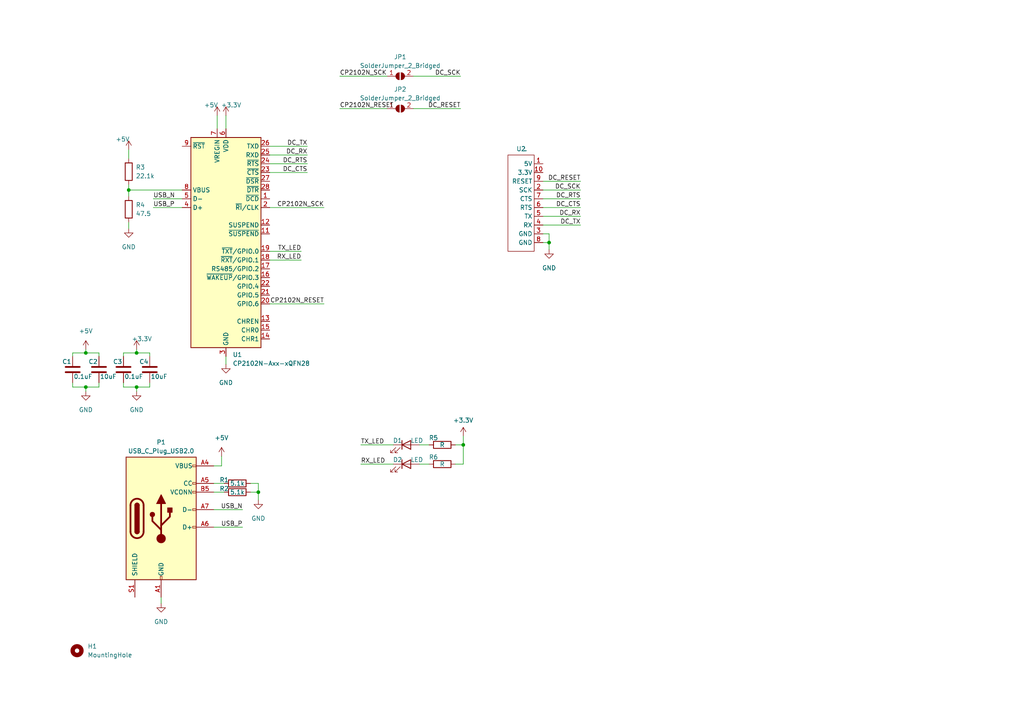
<source format=kicad_sch>
(kicad_sch (version 20230121) (generator eeschema)
  (paper "A4")
  (lib_symbols
    (symbol "Device:C" (pin_numbers hide) (pin_names (offset 0.254))
      (property "Reference" "C" (at 0.635 2.54 0))
      (property "Value" "C" (at 0.635 -2.54 0))
      (symbol "C_0_1"
        (polyline (pts (xy -2.032 -0.762) (xy 2.032 -0.762)) (stroke (width 0.508)))
        (polyline (pts (xy -2.032 0.762) (xy 2.032 0.762)) (stroke (width 0.508)))
      )
      (symbol "C_1_1"
        (pin passive line (at 0 3.81 270) (length 2.794) (name "~") (number "1"))
        (pin passive line (at 0 -3.81 90) (length 2.794) (name "~") (number "2"))
      )
    )
    (symbol "Device:LED" (pin_numbers hide) (pin_names (offset 1.016) hide)
      (property "Reference" "D" (at 0 2.54 0))
      (property "Value" "LED" (at 0 -2.54 0))
      (symbol "LED_0_1"
        (polyline (pts (xy -1.27 -1.27) (xy -1.27 1.27)) (stroke (width 0.254)))
        (polyline (pts (xy -1.27 0) (xy 1.27 0)))
        (polyline (pts (xy 1.27 -1.27) (xy 1.27 1.27) (xy -1.27 0) (xy 1.27 -1.27)) (stroke (width 0.254)))
        (polyline (pts (xy -3.048 -0.762) (xy -4.572 -2.286) (xy -3.81 -2.286) (xy -4.572 -2.286) (xy -4.572 -1.524)))
        (polyline (pts (xy -1.778 -0.762) (xy -3.302 -2.286) (xy -2.54 -2.286) (xy -3.302 -2.286) (xy -3.302 -1.524)))
      )
      (symbol "LED_1_1"
        (pin passive line (at -3.81 0 0) (length 2.54) (name "K") (number "1"))
        (pin passive line (at 3.81 0 180) (length 2.54) (name "A") (number "2"))
      )
    )
    (symbol "Device:R" (pin_numbers hide) (pin_names (offset 0))
      (property "Reference" "R" (at 2.032 0 90))
      (property "Value" "R" (at 0 0 90))
      (symbol "R_0_1"
        (rectangle (start -1.016 -2.54) (end 1.016 2.54) (stroke (width 0.254)))
      )
      (symbol "R_1_1"
        (pin passive line (at 0 3.81 270) (length 1.27) (name "~") (number "1"))
        (pin passive line (at 0 -3.81 90) (length 1.27) (name "~") (number "2"))
      )
    )
    (symbol "Interface_USB:CP2102N-Axx-xQFN28"
      (property "Reference" "U" (at -8.89 31.75 0))
      (property "Value" "CP2102N-Axx-xQFN28" (at 12.7 31.75 0))
      (symbol "CP2102N-Axx-xQFN28_0_1"
        (rectangle (start -10.16 30.48) (end 10.16 -30.48) (stroke (width 0.254)) (fill (type background)))
      )
      (symbol "CP2102N-Axx-xQFN28_1_1"
        (pin input line (at 12.7 12.7 180) (length 2.54) (name "~{DCD}") (number "1"))
        (pin no_connect line (at -10.16 -27.94 0) (length 2.54) hide (name "NC") (number "10"))
        (pin output line (at 12.7 2.54 180) (length 2.54) (name "~{SUSPEND}") (number "11"))
        (pin output line (at 12.7 5.08 180) (length 2.54) (name "SUSPEND") (number "12"))
        (pin output line (at 12.7 -22.86 180) (length 2.54) (name "CHREN") (number "13"))
        (pin output line (at 12.7 -27.94 180) (length 2.54) (name "CHR1") (number "14"))
        (pin output line (at 12.7 -25.4 180) (length 2.54) (name "CHR0") (number "15"))
        (pin bidirectional line (at 12.7 -10.16 180) (length 2.54) (name "~{WAKEUP}/GPIO.3") (number "16"))
        (pin bidirectional line (at 12.7 -7.62 180) (length 2.54) (name "RS485/GPIO.2") (number "17"))
        (pin bidirectional line (at 12.7 -5.08 180) (length 2.54) (name "~{RXT}/GPIO.1") (number "18"))
        (pin bidirectional line (at 12.7 -2.54 180) (length 2.54) (name "~{TXT}/GPIO.0") (number "19"))
        (pin bidirectional line (at 12.7 10.16 180) (length 2.54) (name "~{RI}/CLK") (number "2"))
        (pin bidirectional line (at 12.7 -17.78 180) (length 2.54) (name "GPIO.6") (number "20"))
        (pin bidirectional line (at 12.7 -15.24 180) (length 2.54) (name "GPIO.5") (number "21"))
        (pin bidirectional line (at 12.7 -12.7 180) (length 2.54) (name "GPIO.4") (number "22"))
        (pin input line (at 12.7 20.32 180) (length 2.54) (name "~{CTS}") (number "23"))
        (pin output line (at 12.7 22.86 180) (length 2.54) (name "~{RTS}") (number "24"))
        (pin input line (at 12.7 25.4 180) (length 2.54) (name "RXD") (number "25"))
        (pin output line (at 12.7 27.94 180) (length 2.54) (name "TXD") (number "26"))
        (pin input line (at 12.7 17.78 180) (length 2.54) (name "~{DSR}") (number "27"))
        (pin output line (at 12.7 15.24 180) (length 2.54) (name "~{DTR}") (number "28"))
        (pin passive line (at 0 -33.02 90) (length 2.54) hide (name "GND") (number "29"))
        (pin power_in line (at 0 -33.02 90) (length 2.54) (name "GND") (number "3"))
        (pin bidirectional line (at -12.7 10.16 0) (length 2.54) (name "D+") (number "4"))
        (pin bidirectional line (at -12.7 12.7 0) (length 2.54) (name "D-") (number "5"))
        (pin power_in line (at 0 33.02 270) (length 2.54) (name "VDD") (number "6"))
        (pin power_in line (at -2.54 33.02 270) (length 2.54) (name "VREGIN") (number "7"))
        (pin input line (at -12.7 15.24 0) (length 2.54) (name "VBUS") (number "8"))
        (pin input line (at -12.7 27.94 0) (length 2.54) (name "~{RST}") (number "9"))
      )
    )
    (symbol "Jumper:SolderJumper_2_Open" (pin_names (offset 0) hide)
      (property "Reference" "JP" (at 0 2.032 0))
      (property "Value" "SolderJumper_2_Open" (at 0 -2.54 0))
      (symbol "SolderJumper_2_Open_0_1"
        (arc (start -0.254 1.016) (mid -1.2656 0) (end -0.254 -1.016))
        (arc (start -0.254 1.016) (mid -1.2656 0) (end -0.254 -1.016) (fill (type outline)))
        (polyline (pts (xy -0.254 1.016) (xy -0.254 -1.016)))
        (polyline (pts (xy 0.254 1.016) (xy 0.254 -1.016)))
        (arc (start 0.254 -1.016) (mid 1.2656 0) (end 0.254 1.016))
        (arc (start 0.254 -1.016) (mid 1.2656 0) (end 0.254 1.016) (fill (type outline)))
      )
      (symbol "SolderJumper_2_Open_1_1"
        (pin passive line (at -3.81 0 0) (length 2.54) (name "A") (number "1"))
        (pin passive line (at 3.81 0 180) (length 2.54) (name "B") (number "2"))
      )
    )
    (symbol "Mechanical:MountingHole" (pin_names (offset 1.016))
      (property "Reference" "H" (at 0 5.08 0))
      (property "Value" "MountingHole" (at 0 3.175 0))
      (symbol "MountingHole_0_1"
        (circle (center 0 0) (radius 1.27) (stroke (width 1.27)))
      )
    )
    (symbol "SharedSymbols:DC_Serial"
      (property "Reference" "U" (at 0 0 0))
      (symbol "DC_Serial_0_1"
        (rectangle (start -5.08 -1.27) (end 2.54 -29.21))
      )
      (symbol "DC_Serial_1_1"
        (pin power_out line (at 5.08 -3.81 180) (length 2.54) (name "5V") (number "1"))
        (pin power_in line (at 5.08 -6.35 180) (length 2.54) (name "3.3V") (number "10"))
        (pin input line (at 5.08 -11.43 180) (length 2.54) (name "SCK") (number "2"))
        (pin power_out line (at 5.08 -24.13 180) (length 2.54) (name "GND") (number "3"))
        (pin input line (at 5.08 -21.59 180) (length 2.54) (name "RX") (number "4"))
        (pin input line (at 5.08 -19.05 180) (length 2.54) (name "TX") (number "5"))
        (pin input line (at 5.08 -16.51 180) (length 2.54) (name "RTS") (number "6"))
        (pin input line (at 5.08 -13.97 180) (length 2.54) (name "CTS") (number "7"))
        (pin power_out line (at 5.08 -26.67 180) (length 2.54) (name "GND") (number "8"))
        (pin input line (at 5.08 -8.89 180) (length 2.54) (name "RESET") (number "9"))
      )
    )
    (symbol "SharedSymbols:USB_C_Plug_USB2.0" (pin_names (offset 1.016))
      (property "Reference" "P1" (at 0 22.098 0))
      (property "Value" "USB_C_Plug_USB2.0" (at 0 19.558 0))
      (symbol "USB_C_Plug_USB2.0_0_0"
        (rectangle (start -0.254 -17.78) (end 0.254 -16.764))
        (rectangle (start 10.16 -2.286) (end 9.144 -2.794))
        (rectangle (start 10.16 2.794) (end 9.144 2.286))
        (rectangle (start 10.16 7.874) (end 9.144 7.366))
        (rectangle (start 10.16 10.414) (end 9.144 9.906))
        (rectangle (start 10.16 15.494) (end 9.144 14.986))
      )
      (symbol "USB_C_Plug_USB2.0_0_1"
        (rectangle (start -10.16 17.78) (end 10.16 -17.78) (stroke (width 0.254)) (fill (type background)))
        (arc (start -8.89 -3.81) (mid -6.985 -5.7067) (end -5.08 -3.81) (stroke (width 0.508)))
        (arc (start -7.62 -3.81) (mid -6.985 -4.4423) (end -6.35 -3.81) (stroke (width 0.254)))
        (arc (start -7.62 -3.81) (mid -6.985 -4.4423) (end -6.35 -3.81) (stroke (width 0.254)) (fill (type outline)))
        (rectangle (start -7.62 -3.81) (end -6.35 3.81) (stroke (width 0.254)) (fill (type outline)))
        (arc (start -6.35 3.81) (mid -6.985 4.4423) (end -7.62 3.81) (stroke (width 0.254)))
        (arc (start -6.35 3.81) (mid -6.985 4.4423) (end -7.62 3.81) (stroke (width 0.254)) (fill (type outline)))
        (arc (start -5.08 3.81) (mid -6.985 5.7067) (end -8.89 3.81) (stroke (width 0.508)))
        (circle (center -2.54 1.143) (radius 0.635) (stroke (width 0.254)) (fill (type outline)))
        (circle (center 0 -5.842) (radius 1.27) (fill (type outline)))
        (polyline (pts (xy -8.89 -3.81) (xy -8.89 3.81)) (stroke (width 0.508)))
        (polyline (pts (xy -5.08 3.81) (xy -5.08 -3.81)) (stroke (width 0.508)))
        (polyline (pts (xy 0 -5.842) (xy 0 4.318)) (stroke (width 0.508)))
        (polyline (pts (xy 0 -3.302) (xy -2.54 -0.762) (xy -2.54 0.508)) (stroke (width 0.508)))
        (polyline (pts (xy 0 -2.032) (xy 2.54 0.508) (xy 2.54 1.778)) (stroke (width 0.508)))
        (polyline (pts (xy -1.27 4.318) (xy 0 6.858) (xy 1.27 4.318) (xy -1.27 4.318)) (stroke (width 0.254)) (fill (type outline)))
        (rectangle (start 1.905 1.778) (end 3.175 3.048) (stroke (width 0.254)) (fill (type outline)))
      )
      (symbol "USB_C_Plug_USB2.0_1_1"
        (pin passive line (at 0 -22.86 90) (length 5.08) (name "GND") (number "A1"))
        (pin passive line (at 0 -22.86 90) (length 5.08) hide (name "GND") (number "A12"))
        (pin passive line (at 15.24 15.24 180) (length 5.08) (name "VBUS") (number "A4"))
        (pin bidirectional line (at 15.24 10.16 180) (length 5.08) (name "CC") (number "A5"))
        (pin bidirectional line (at 15.24 -2.54 180) (length 5.08) (name "D+") (number "A6"))
        (pin bidirectional line (at 15.24 2.54 180) (length 5.08) (name "D-") (number "A7"))
        (pin passive line (at 15.24 15.24 180) (length 5.08) hide (name "VBUS") (number "A9"))
        (pin passive line (at 0 -22.86 90) (length 5.08) hide (name "GND") (number "B1"))
        (pin passive line (at 0 -22.86 90) (length 5.08) hide (name "GND") (number "B12"))
        (pin passive line (at 15.24 15.24 180) (length 5.08) hide (name "VBUS") (number "B4"))
        (pin bidirectional line (at 15.24 7.62 180) (length 5.08) (name "VCONN") (number "B5"))
        (pin bidirectional line (at 15.24 -2.54 180) (length 5.08) hide (name "D+") (number "B6"))
        (pin bidirectional line (at 15.24 2.54 180) (length 5.08) hide (name "D-") (number "B7"))
        (pin passive line (at 15.24 15.24 180) (length 5.08) hide (name "VBUS") (number "B9"))
        (pin passive line (at -7.62 -22.86 90) (length 5.08) (name "SHIELD") (number "S1"))
      )
    )
    (symbol "power:+3.3V" (power) (pin_names (offset 0))
      (property "Value" "+3.3V" (at 0 3.556 0))
      (symbol "+3.3V_0_1"
        (polyline (pts (xy -0.762 1.27) (xy 0 2.54)))
        (polyline (pts (xy 0 0) (xy 0 2.54)))
        (polyline (pts (xy 0 2.54) (xy 0.762 1.27)))
      )
      (symbol "+3.3V_1_1"
        (pin power_in line (at 0 0 90) (length 0) hide (name "+3.3V") (number "1"))
      )
    )
    (symbol "power:+5V" (power) (pin_names (offset 0))
      (property "Value" "+5V" (at 0 3.556 0))
      (symbol "+5V_0_1"
        (polyline (pts (xy -0.762 1.27) (xy 0 2.54)))
        (polyline (pts (xy 0 0) (xy 0 2.54)))
        (polyline (pts (xy 0 2.54) (xy 0.762 1.27)))
      )
      (symbol "+5V_1_1"
        (pin power_in line (at 0 0 90) (length 0) hide (name "+5V") (number "1"))
      )
    )
    (symbol "power:GND" (power) (pin_names (offset 0))
      (property "Value" "GND" (at 0 -3.81 0))
      (symbol "GND_0_1"
        (polyline (pts (xy 0 0) (xy 0 -1.27) (xy 1.27 -1.27) (xy 0 -2.54) (xy -1.27 -1.27) (xy 0 -1.27)))
      )
      (symbol "GND_1_1"
        (pin power_in line (at 0 0 270) (length 0) hide (name "GND") (number "1"))
      )
    )
  )
  (junction (at 134.366 129.032))
  (junction (at 39.624 102.362))
  (junction (at 24.892 102.362))
  (junction (at 74.93 142.748))
  (junction (at 159.258 70.358))
  (junction (at 39.624 112.268))
  (junction (at 37.338 55.118))
  (junction (at 24.892 112.268))
  (wire (pts (xy 24.892 112.268) (xy 21.082 112.268)))
  (wire (pts (xy 157.48 57.658) (xy 168.402 57.658)))
  (wire (pts (xy 52.832 57.658) (xy 44.45 57.658)))
  (wire (pts (xy 134.366 129.032) (xy 132.08 129.032)))
  (wire (pts (xy 39.624 112.268) (xy 39.624 113.538)))
  (wire (pts (xy 37.338 55.118) (xy 52.832 55.118)))
  (wire (pts (xy 65.532 103.378) (xy 65.532 105.664)))
  (wire (pts (xy 35.814 110.998) (xy 35.814 112.268)))
  (wire (pts (xy 39.624 112.268) (xy 35.814 112.268)))
  (wire (pts (xy 28.702 102.362) (xy 24.892 102.362)))
  (wire (pts (xy 157.48 60.198) (xy 168.402 60.198)))
  (wire (pts (xy 134.366 134.62) (xy 134.366 129.032)))
  (wire (pts (xy 157.48 52.578) (xy 168.402 52.578)))
  (wire (pts (xy 159.258 67.818) (xy 159.258 70.358)))
  (wire (pts (xy 78.232 47.498) (xy 89.154 47.498)))
  (wire (pts (xy 24.892 112.268) (xy 24.892 113.538)))
  (wire (pts (xy 74.93 140.208) (xy 74.93 142.748)))
  (wire (pts (xy 21.082 102.362) (xy 21.082 103.378)))
  (wire (pts (xy 24.892 102.362) (xy 21.082 102.362)))
  (wire (pts (xy 157.48 70.358) (xy 159.258 70.358)))
  (wire (pts (xy 78.232 44.958) (xy 89.154 44.958)))
  (wire (pts (xy 21.082 110.998) (xy 21.082 112.268)))
  (wire (pts (xy 61.976 152.908) (xy 70.358 152.908)))
  (wire (pts (xy 39.624 102.362) (xy 35.814 102.362)))
  (wire (pts (xy 46.736 173.228) (xy 46.736 175.006)))
  (wire (pts (xy 28.702 103.378) (xy 28.702 102.362)))
  (wire (pts (xy 78.232 60.198) (xy 93.98 60.198)))
  (wire (pts (xy 37.338 43.434) (xy 37.338 45.974)))
  (wire (pts (xy 43.434 102.362) (xy 39.624 102.362)))
  (wire (pts (xy 35.814 102.362) (xy 35.814 103.378)))
  (wire (pts (xy 134.366 126.492) (xy 134.366 129.032)))
  (wire (pts (xy 64.262 135.128) (xy 61.976 135.128)))
  (wire (pts (xy 121.666 129.032) (xy 124.46 129.032)))
  (wire (pts (xy 132.08 134.62) (xy 134.366 134.62)))
  (wire (pts (xy 61.976 147.828) (xy 70.358 147.828)))
  (wire (pts (xy 119.888 22.098) (xy 133.604 22.098)))
  (wire (pts (xy 74.93 142.748) (xy 74.93 145.034)))
  (wire (pts (xy 78.232 75.438) (xy 87.376 75.438)))
  (wire (pts (xy 37.338 55.118) (xy 37.338 53.594)))
  (wire (pts (xy 78.232 72.898) (xy 87.376 72.898)))
  (wire (pts (xy 78.232 88.138) (xy 93.98 88.138)))
  (wire (pts (xy 104.648 129.032) (xy 114.046 129.032)))
  (wire (pts (xy 112.268 31.496) (xy 98.552 31.496)))
  (wire (pts (xy 78.232 42.418) (xy 89.154 42.418)))
  (wire (pts (xy 65.532 33.528) (xy 65.532 37.338)))
  (wire (pts (xy 37.338 64.516) (xy 37.338 66.294)))
  (wire (pts (xy 72.644 142.748) (xy 74.93 142.748)))
  (wire (pts (xy 78.232 50.038) (xy 89.154 50.038)))
  (wire (pts (xy 61.976 140.208) (xy 65.024 140.208)))
  (wire (pts (xy 119.888 31.496) (xy 133.604 31.496)))
  (wire (pts (xy 43.434 110.998) (xy 43.434 112.268)))
  (wire (pts (xy 43.434 103.378) (xy 43.434 102.362)))
  (wire (pts (xy 112.268 22.098) (xy 98.552 22.098)))
  (wire (pts (xy 24.892 101.346) (xy 24.892 102.362)))
  (wire (pts (xy 28.702 112.268) (xy 24.892 112.268)))
  (wire (pts (xy 104.648 134.62) (xy 114.046 134.62)))
  (wire (pts (xy 64.262 132.334) (xy 64.262 135.128)))
  (wire (pts (xy 43.434 112.268) (xy 39.624 112.268)))
  (wire (pts (xy 39.624 101.346) (xy 39.624 102.362)))
  (wire (pts (xy 61.976 142.748) (xy 65.024 142.748)))
  (wire (pts (xy 62.992 33.528) (xy 62.992 37.338)))
  (wire (pts (xy 157.48 55.118) (xy 168.402 55.118)))
  (wire (pts (xy 157.48 62.738) (xy 168.402 62.738)))
  (wire (pts (xy 159.258 70.358) (xy 159.258 72.39)))
  (wire (pts (xy 37.338 55.118) (xy 37.338 56.896)))
  (wire (pts (xy 157.48 67.818) (xy 159.258 67.818)))
  (wire (pts (xy 121.666 134.62) (xy 124.46 134.62)))
  (wire (pts (xy 72.644 140.208) (xy 74.93 140.208)))
  (wire (pts (xy 28.702 110.998) (xy 28.702 112.268)))
  (wire (pts (xy 157.48 65.278) (xy 168.402 65.278)))
  (wire (pts (xy 52.832 60.198) (xy 44.45 60.198)))
  (label "CP2102N_RESET" (at 93.98 88.138 180))
  (label "USB_P" (at 70.358 152.908 180))
  (label "DC_RTS" (at 168.402 57.658 180))
  (label "USB_N" (at 70.358 147.828 180))
  (label "RX_LED" (at 87.376 75.438 180))
  (label "DC_CTS" (at 89.154 50.038 180))
  (label "DC_TX" (at 168.402 65.278 180))
  (label "DC_RTS" (at 89.154 47.498 180))
  (label "DC_SCK" (at 133.604 22.098 180))
  (label "RX_LED" (at 104.648 134.62 0))
  (label "CP2102N_RESET" (at 98.552 31.496 0))
  (label "DC_CTS" (at 168.402 60.198 180))
  (label "USB_N" (at 44.45 57.658 0))
  (label "DC_RESET" (at 168.402 52.578 180))
  (label "DC_RESET" (at 133.604 31.496 180))
  (label "CP2102N_SCK" (at 98.552 22.098 0))
  (label "DC_SCK" (at 168.402 55.118 180))
  (label "DC_RX" (at 89.154 44.958 180))
  (label "TX_LED" (at 87.376 72.898 180))
  (label "DC_TX" (at 89.154 42.418 180))
  (label "CP2102N_SCK" (at 93.98 60.198 180))
  (label "DC_RX" (at 168.402 62.738 180))
  (label "USB_P" (at 44.45 60.198 0))
  (label "TX_LED" (at 104.648 129.032 0))
  (symbol (lib_id "power:GND") (at 39.624 113.538 0) (unit 1)
    (property "Reference" "#PWR010" (effects hide))
    (property "Value" "GND" (at 39.624 118.872 0))
  )
  (symbol (lib_id "power:+5V") (at 37.338 43.434 0) (unit 1)
    (property "Reference" "#PWR012" (effects hide))
    (property "Value" "+5V" (at 35.56 40.386 0))
  )
  (symbol (lib_id "Mechanical:MountingHole") (at 22.352 188.722 0) (unit 1)
    (property "Reference" "H1" (at 25.4 187.452 0) (effects (justify left)))
    (property "Value" "MountingHole" (at 25.4 189.992 0) (effects (justify left)))
    (property "Footprint" "SharedFootprints:DCSDv2" (effects hide))
  )
  (symbol (lib_id "power:GND") (at 46.736 175.006 0) (unit 1)
    (property "Reference" "#PWR01" (effects hide))
    (property "Value" "GND" (at 46.736 180.34 0))
  )
  (symbol (lib_id "Jumper:SolderJumper_2_Open") (at 116.078 22.098 0) (unit 1)
    (property "Reference" "JP1" (at 116.078 16.51 0))
    (property "Value" "SolderJumper_2_Bridged" (at 116.078 19.05 0))
    (property "Footprint" "Jumper:SolderJumper-2_P1.3mm_Open_RoundedPad1.0x1.5mm" (effects hide))
  )
  (symbol (lib_id "Device:R") (at 37.338 60.706 180) (unit 1)
    (property "Reference" "R4" (at 39.37 59.436 0) (effects (justify right)))
    (property "Value" "47.5" (at 39.37 61.976 0) (effects (justify right)))
    (property "Footprint" "Resistor_SMD:R_0402_1005Metric" (effects hide))
  )
  (symbol (lib_id "power:GND") (at 65.532 105.664 0) (unit 1)
    (property "Reference" "#PWR05" (effects hide))
    (property "Value" "GND" (at 65.532 110.998 0))
  )
  (symbol (lib_id "Device:C") (at 28.702 107.188 0) (unit 1)
    (property "Reference" "C2" (at 25.654 104.902 0) (effects (justify left)))
    (property "Value" "10uF" (at 28.956 109.22 0) (effects (justify left)))
    (property "Footprint" "Capacitor_SMD:C_0402_1005Metric" (effects hide))
  )
  (symbol (lib_id "Device:R") (at 68.834 142.748 90) (unit 1)
    (property "Reference" "R2" (at 65.024 141.732 90))
    (property "Value" "5.1k" (at 68.834 142.748 90))
    (property "Footprint" "Resistor_SMD:R_0402_1005Metric" (effects hide))
  )
  (symbol (lib_id "power:GND") (at 74.93 145.034 0) (unit 1)
    (property "Reference" "#PWR02" (effects hide))
    (property "Value" "GND" (at 74.93 150.368 0))
  )
  (symbol (lib_id "Jumper:SolderJumper_2_Open") (at 116.078 31.496 0) (unit 1)
    (property "Reference" "JP2" (at 116.078 25.908 0))
    (property "Value" "SolderJumper_2_Bridged" (at 116.078 28.448 0))
    (property "Footprint" "Jumper:SolderJumper-2_P1.3mm_Open_RoundedPad1.0x1.5mm" (effects hide))
  )
  (symbol (lib_id "power:GND") (at 24.892 113.538 0) (unit 1)
    (property "Reference" "#PWR06" (effects hide))
    (property "Value" "GND" (at 24.892 118.872 0))
  )
  (symbol (lib_id "Device:R") (at 128.27 134.62 90) (unit 1)
    (property "Reference" "R6" (at 125.73 132.588 90))
    (property "Value" "R" (at 128.27 134.62 90))
    (property "Footprint" "Resistor_SMD:R_0402_1005Metric" (effects hide))
  )
  (symbol (lib_id "Device:C") (at 35.814 107.188 0) (unit 1)
    (property "Reference" "C3" (at 32.766 104.902 0) (effects (justify left)))
    (property "Value" "0.1uF" (at 36.068 109.22 0) (effects (justify left)))
    (property "Footprint" "Capacitor_SMD:C_0402_1005Metric" (effects hide))
  )
  (symbol (lib_id "SharedSymbols:USB_C_Plug_USB2.0") (at 46.736 150.368 0) (unit 1)
    (property "Reference" "P1" (at 46.736 128.27 0))
    (property "Value" "USB_C_Plug_USB2.0" (at 46.736 130.81 0))
    (property "Footprint" "Connector_USB:USB_C_Receptacle_HRO_TYPE-C-31-M-12" (effects hide))
    (property "Datasheet" "https://www.usb.org/sites/default/files/documents/usb_type-c.zip" (effects hide))
  )
  (symbol (lib_id "power:GND") (at 159.258 72.39 0) (unit 1)
    (property "Reference" "#PWR013" (effects hide))
    (property "Value" "GND" (at 159.258 77.724 0))
  )
  (symbol (lib_id "power:+3.3V") (at 65.532 33.528 0) (unit 1)
    (property "Reference" "#PWR08" (effects hide))
    (property "Value" "+3.3V" (at 67.056 30.48 0))
  )
  (symbol (lib_id "Device:R") (at 37.338 49.784 180) (unit 1)
    (property "Reference" "R3" (at 39.37 48.514 0) (effects (justify right)))
    (property "Value" "22.1k" (at 39.37 51.054 0) (effects (justify right)))
    (property "Footprint" "Resistor_SMD:R_0402_1005Metric" (effects hide))
  )
  (symbol (lib_id "SharedSymbols:DC_Serial") (at 152.4 43.688 0) (unit 1)
    (property "Reference" "U2" (at 151.13 43.18 0))
    (property "Value" "~" (at 152.4 43.688 0))
    (property "Footprint" "SharedFootprints:DCSD_Serial" (effects hide))
  )
  (symbol (lib_id "Device:C") (at 43.434 107.188 0) (unit 1)
    (property "Reference" "C4" (at 40.386 104.902 0) (effects (justify left)))
    (property "Value" "10uF" (at 43.688 109.22 0) (effects (justify left)))
    (property "Footprint" "Capacitor_SMD:C_0402_1005Metric" (effects hide))
  )
  (symbol (lib_id "power:+3.3V") (at 134.366 126.492 0) (unit 1)
    (property "Reference" "#PWR014" (effects hide))
    (property "Value" "+3.3V" (at 134.366 121.92 0))
  )
  (symbol (lib_id "power:+3.3V") (at 39.624 101.346 0) (unit 1)
    (property "Reference" "#PWR09" (effects hide))
    (property "Value" "+3.3V" (at 41.148 98.298 0))
  )
  (symbol (lib_id "Device:LED") (at 117.856 129.032 0) (unit 1)
    (property "Reference" "D1" (at 115.316 127.762 0))
    (property "Value" "LED" (at 120.904 127.762 0))
    (property "Footprint" "LED_SMD:LED_0603_1608Metric" (effects hide))
  )
  (symbol (lib_id "power:GND") (at 37.338 66.294 0) (unit 1)
    (property "Reference" "#PWR011" (effects hide))
    (property "Value" "GND" (at 37.338 71.628 0))
  )
  (symbol (lib_id "Device:C") (at 21.082 107.188 0) (unit 1)
    (property "Reference" "C1" (at 18.034 104.902 0) (effects (justify left)))
    (property "Value" "0.1uF" (at 21.336 109.22 0) (effects (justify left)))
    (property "Footprint" "Capacitor_SMD:C_0402_1005Metric" (effects hide))
  )
  (symbol (lib_id "power:+5V") (at 24.892 101.346 0) (unit 1)
    (property "Reference" "#PWR04" (effects hide))
    (property "Value" "+5V" (at 24.892 96.012 0))
  )
  (symbol (lib_id "Device:R") (at 128.27 129.032 90) (unit 1)
    (property "Reference" "R5" (at 125.73 127 90))
    (property "Value" "R" (at 128.27 129.032 90))
    (property "Footprint" "Resistor_SMD:R_0402_1005Metric" (effects hide))
  )
  (symbol (lib_id "power:+5V") (at 62.992 33.528 0) (unit 1)
    (property "Reference" "#PWR07" (effects hide))
    (property "Value" "+5V" (at 61.214 30.48 0))
  )
  (symbol (lib_id "Device:R") (at 68.834 140.208 90) (unit 1)
    (property "Reference" "R1" (at 65.024 139.192 90))
    (property "Value" "5.1k" (at 68.834 140.208 90))
    (property "Footprint" "Resistor_SMD:R_0402_1005Metric" (effects hide))
  )
  (symbol (lib_id "Device:LED") (at 117.856 134.62 0) (unit 1)
    (property "Reference" "D2" (at 115.316 133.35 0))
    (property "Value" "LED" (at 120.904 133.35 0))
    (property "Footprint" "LED_SMD:LED_0603_1608Metric" (effects hide))
  )
  (symbol (lib_id "Interface_USB:CP2102N-Axx-xQFN28") (at 65.532 70.358 0) (unit 1)
    (property "Reference" "U1" (at 67.4879 102.87 0) (effects (justify left)))
    (property "Value" "CP2102N-Axx-xQFN28" (at 67.4879 105.41 0) (effects (justify left)))
    (property "Footprint" "Package_DFN_QFN:QFN-28-1EP_5x5mm_P0.5mm_EP3.35x3.35mm" (effects hide))
    (property "Datasheet" "https://www.silabs.com/documents/public/data-sheets/cp2102n-datasheet.pdf" (effects hide))
  )
  (symbol (lib_id "power:+5V") (at 64.262 132.334 0) (unit 1)
    (property "Reference" "#PWR03" (effects hide))
    (property "Value" "+5V" (at 64.262 127 0))
  )
)
</source>
